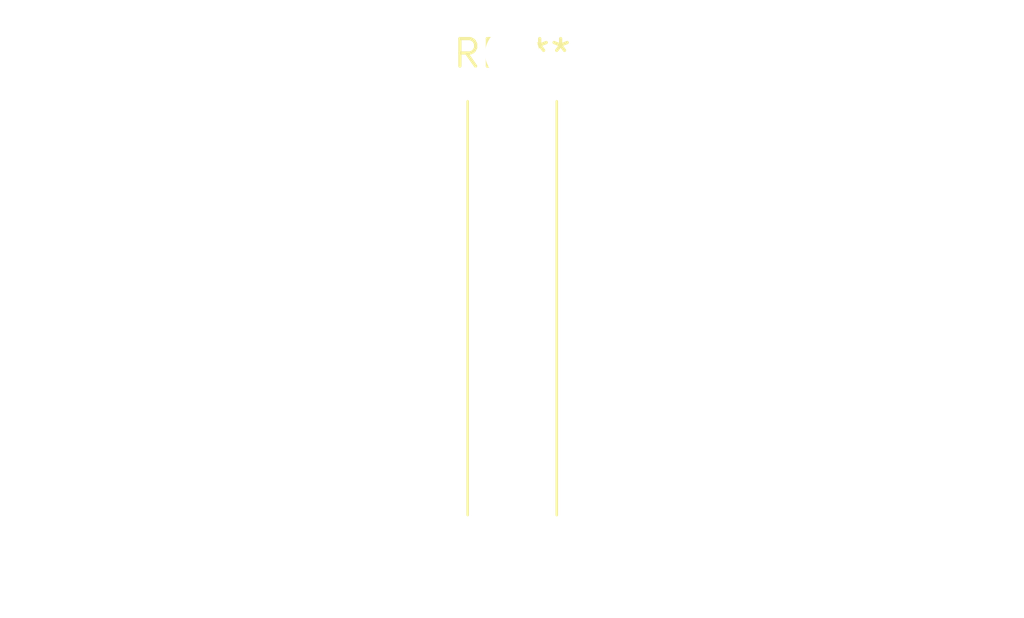
<source format=kicad_pcb>
(kicad_pcb (version 20240108) (generator pcbnew)
  (layers (0 "F.Cu" signal) (31 "B.Cu" signal) (34 "B.Paste" user) (35 "F.Paste" user) (36 "B.SilkS" user "B.Silkscreen") (37 "F.SilkS" user "F.Silkscreen") (38 "B.Mask" user) (39 "F.Mask" user) (44 "Edge.Cuts" user))
  (net 0 "")
  (footprint "SolderWire-2sqmm_1x01_D2mm_OD3.9mm_Relief" (layer "F.Cu") (at 0 0)
    (property "Reference" "REF**")
    (property "Value" "SolderWire-2sqmm_1x01_D2mm_OD3.9mm_Relief")
    (fp_line (start -2.06 2.21) (end -2.06 21.34) (layer "F.SilkS") (stroke (width 0.12)))
    (fp_line (start 2.06 2.21) (end 2.06 21.34) (layer "F.SilkS") (stroke (width 0.12)))
    (pad "" np_thru_hole circle (at 0 23.4) (size 4.4 4.4) (drill 4.4) (layers *.Cu *.Mask))
    (pad "1" thru_hole roundrect (at 0 0) (size 3.9 3.9) (drill 2.5) (layers *.Cu *.Mask) (remove_unused_layers) (roundrect_rratio 0.064103))
  )
)
</source>
